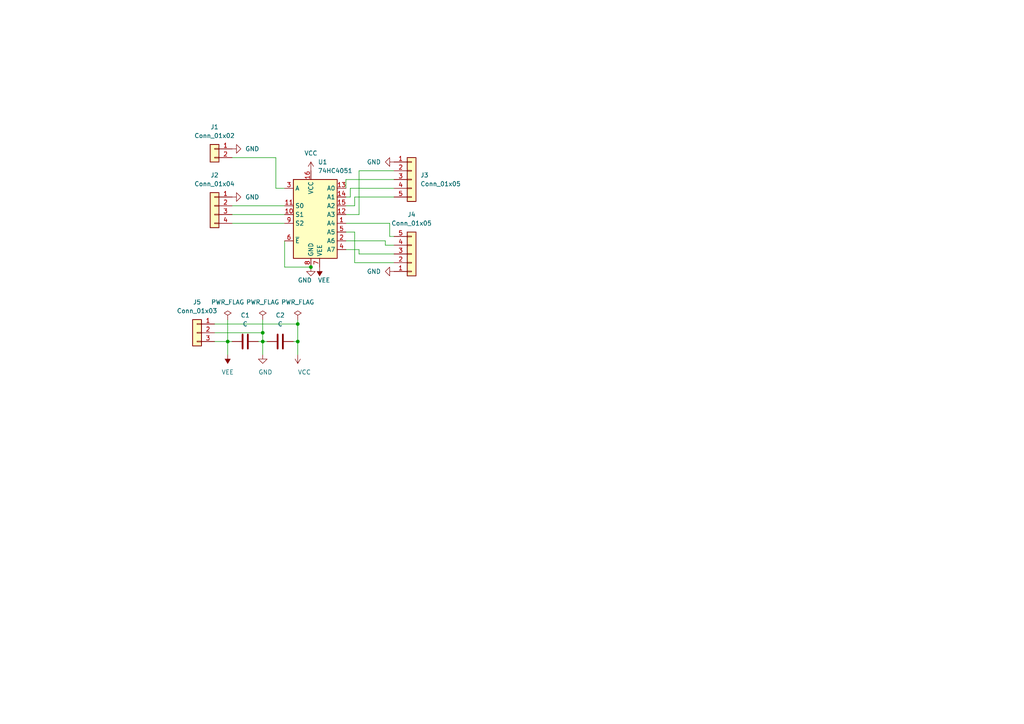
<source format=kicad_sch>
(kicad_sch (version 20211123) (generator eeschema)
  (paper "A4")
  (lib_symbols
    (symbol "74xx:74HC4051"
      (property "Reference" "U" (at -5.08 11.43 0))
      (property "Value" "74HC4051" (at -7.62 -13.97 0))
      (symbol "74HC4051_0_1"
        (rectangle (start -5.08 10.16) (end 7.62 -12.7) (stroke (width 0.254)) (fill (type background)))
      )
      (symbol "74HC4051_1_1"
        (pin passive line (at 10.16 -2.54 180) (length 2.54) (name "A4") (number "1"))
        (pin input line (at -7.62 0 0) (length 2.54) (name "S1") (number "10"))
        (pin input line (at -7.62 2.54 0) (length 2.54) (name "S0") (number "11"))
        (pin passive line (at 10.16 0 180) (length 2.54) (name "A3") (number "12"))
        (pin passive line (at 10.16 7.62 180) (length 2.54) (name "A0") (number "13"))
        (pin passive line (at 10.16 5.08 180) (length 2.54) (name "A1") (number "14"))
        (pin passive line (at 10.16 2.54 180) (length 2.54) (name "A2") (number "15"))
        (pin power_in line (at 0 12.7 270) (length 2.54) (name "VCC") (number "16"))
        (pin passive line (at 10.16 -7.62 180) (length 2.54) (name "A6") (number "2"))
        (pin passive line (at -7.62 7.62 0) (length 2.54) (name "A") (number "3"))
        (pin passive line (at 10.16 -10.16 180) (length 2.54) (name "A7") (number "4"))
        (pin passive line (at 10.16 -5.08 180) (length 2.54) (name "A5") (number "5"))
        (pin input line (at -7.62 -7.62 0) (length 2.54) (name "~{E}") (number "6"))
        (pin power_in line (at 2.54 -15.24 90) (length 2.54) (name "VEE") (number "7"))
        (pin power_in line (at 0 -15.24 90) (length 2.54) (name "GND") (number "8"))
        (pin input line (at -7.62 -2.54 0) (length 2.54) (name "S2") (number "9"))
      )
    )
    (symbol "Connector_Generic:Conn_01x02" (pin_names (offset 1.016) hide)
      (property "Reference" "J" (at 0 2.54 0))
      (property "Value" "Conn_01x02" (at 0 -5.08 0))
      (symbol "Conn_01x02_1_1"
        (rectangle (start -1.27 -2.413) (end 0 -2.667) (stroke (width 0.1524)))
        (rectangle (start -1.27 0.127) (end 0 -0.127) (stroke (width 0.1524)))
        (rectangle (start -1.27 1.27) (end 1.27 -3.81) (stroke (width 0.254)) (fill (type background)))
        (pin passive line (at -5.08 0 0) (length 3.81) (name "Pin_1") (number "1"))
        (pin passive line (at -5.08 -2.54 0) (length 3.81) (name "Pin_2") (number "2"))
      )
    )
    (symbol "Connector_Generic:Conn_01x03" (pin_names (offset 1.016) hide)
      (property "Reference" "J" (at 0 5.08 0))
      (property "Value" "Conn_01x03" (at 0 -5.08 0))
      (symbol "Conn_01x03_1_1"
        (rectangle (start -1.27 -2.413) (end 0 -2.667) (stroke (width 0.1524)))
        (rectangle (start -1.27 0.127) (end 0 -0.127) (stroke (width 0.1524)))
        (rectangle (start -1.27 2.667) (end 0 2.413) (stroke (width 0.1524)))
        (rectangle (start -1.27 3.81) (end 1.27 -3.81) (stroke (width 0.254)) (fill (type background)))
        (pin passive line (at -5.08 2.54 0) (length 3.81) (name "Pin_1") (number "1"))
        (pin passive line (at -5.08 0 0) (length 3.81) (name "Pin_2") (number "2"))
        (pin passive line (at -5.08 -2.54 0) (length 3.81) (name "Pin_3") (number "3"))
      )
    )
    (symbol "Connector_Generic:Conn_01x04" (pin_names (offset 1.016) hide)
      (property "Reference" "J" (at 0 5.08 0))
      (property "Value" "Conn_01x04" (at 0 -7.62 0))
      (symbol "Conn_01x04_1_1"
        (rectangle (start -1.27 -4.953) (end 0 -5.207) (stroke (width 0.1524)))
        (rectangle (start -1.27 -2.413) (end 0 -2.667) (stroke (width 0.1524)))
        (rectangle (start -1.27 0.127) (end 0 -0.127) (stroke (width 0.1524)))
        (rectangle (start -1.27 2.667) (end 0 2.413) (stroke (width 0.1524)))
        (rectangle (start -1.27 3.81) (end 1.27 -6.35) (stroke (width 0.254)) (fill (type background)))
        (pin passive line (at -5.08 2.54 0) (length 3.81) (name "Pin_1") (number "1"))
        (pin passive line (at -5.08 0 0) (length 3.81) (name "Pin_2") (number "2"))
        (pin passive line (at -5.08 -2.54 0) (length 3.81) (name "Pin_3") (number "3"))
        (pin passive line (at -5.08 -5.08 0) (length 3.81) (name "Pin_4") (number "4"))
      )
    )
    (symbol "Connector_Generic:Conn_01x05" (pin_names (offset 1.016) hide)
      (property "Reference" "J" (at 0 7.62 0))
      (property "Value" "Conn_01x05" (at 0 -7.62 0))
      (symbol "Conn_01x05_1_1"
        (rectangle (start -1.27 -4.953) (end 0 -5.207) (stroke (width 0.1524)))
        (rectangle (start -1.27 -2.413) (end 0 -2.667) (stroke (width 0.1524)))
        (rectangle (start -1.27 0.127) (end 0 -0.127) (stroke (width 0.1524)))
        (rectangle (start -1.27 2.667) (end 0 2.413) (stroke (width 0.1524)))
        (rectangle (start -1.27 5.207) (end 0 4.953) (stroke (width 0.1524)))
        (rectangle (start -1.27 6.35) (end 1.27 -6.35) (stroke (width 0.254)) (fill (type background)))
        (pin passive line (at -5.08 5.08 0) (length 3.81) (name "Pin_1") (number "1"))
        (pin passive line (at -5.08 2.54 0) (length 3.81) (name "Pin_2") (number "2"))
        (pin passive line (at -5.08 0 0) (length 3.81) (name "Pin_3") (number "3"))
        (pin passive line (at -5.08 -2.54 0) (length 3.81) (name "Pin_4") (number "4"))
        (pin passive line (at -5.08 -5.08 0) (length 3.81) (name "Pin_5") (number "5"))
      )
    )
    (symbol "Device:C" (pin_numbers hide) (pin_names (offset 0.254))
      (property "Reference" "C" (at 0.635 2.54 0))
      (property "Value" "C" (at 0.635 -2.54 0))
      (symbol "C_0_1"
        (polyline (pts (xy -2.032 -0.762) (xy 2.032 -0.762)) (stroke (width 0.508)))
        (polyline (pts (xy -2.032 0.762) (xy 2.032 0.762)) (stroke (width 0.508)))
      )
      (symbol "C_1_1"
        (pin passive line (at 0 3.81 270) (length 2.794) (name "~") (number "1"))
        (pin passive line (at 0 -3.81 90) (length 2.794) (name "~") (number "2"))
      )
    )
    (symbol "power:GND" (power) (pin_names (offset 0))
      (property "Value" "GND" (at 0 -3.81 0))
      (symbol "GND_0_1"
        (polyline (pts (xy 0 0) (xy 0 -1.27) (xy 1.27 -1.27) (xy 0 -2.54) (xy -1.27 -1.27) (xy 0 -1.27)))
      )
      (symbol "GND_1_1"
        (pin power_in line (at 0 0 270) (length 0) hide (name "GND") (number "1"))
      )
    )
    (symbol "power:PWR_FLAG" (power) (pin_numbers hide) (pin_names (offset 0) hide)
      (property "Value" "PWR_FLAG" (at 0 3.81 0))
      (symbol "PWR_FLAG_0_0"
        (pin power_out line (at 0 0 90) (length 0) (name "pwr") (number "1"))
      )
      (symbol "PWR_FLAG_0_1"
        (polyline (pts (xy 0 0) (xy 0 1.27) (xy -1.016 1.905) (xy 0 2.54) (xy 1.016 1.905) (xy 0 1.27)))
      )
    )
    (symbol "power:VCC" (power) (pin_names (offset 0))
      (property "Value" "VCC" (at 0 3.81 0))
      (symbol "VCC_0_1"
        (polyline (pts (xy -0.762 1.27) (xy 0 2.54)))
        (polyline (pts (xy 0 0) (xy 0 2.54)))
        (polyline (pts (xy 0 2.54) (xy 0.762 1.27)))
      )
      (symbol "VCC_1_1"
        (pin power_in line (at 0 0 90) (length 0) hide (name "VCC") (number "1"))
      )
    )
    (symbol "power:VEE" (power) (pin_names (offset 0))
      (property "Value" "VEE" (at 0 3.81 0))
      (symbol "VEE_0_1"
        (polyline (pts (xy 0 0) (xy 0 2.54)))
        (polyline (pts (xy 0.762 1.27) (xy -0.762 1.27) (xy 0 2.54) (xy 0.762 1.27)) (fill (type outline)))
      )
      (symbol "VEE_1_1"
        (pin power_in line (at 0 0 90) (length 0) hide (name "VEE") (number "1"))
      )
    )
  )
  (junction (at 90.17 77.47))
  (junction (at 86.36 99.06))
  (junction (at 76.2 96.52))
  (junction (at 66.04 99.06))
  (junction (at 76.2 99.06))
  (junction (at 86.36 93.98))
  (wire (pts (xy 104.14 49.53) (xy 104.14 62.23)))
  (wire (pts (xy 76.2 96.52) (xy 76.2 99.06)))
  (wire (pts (xy 67.31 64.77) (xy 82.55 64.77)))
  (wire (pts (xy 67.31 59.69) (xy 82.55 59.69)))
  (wire (pts (xy 82.55 54.61) (xy 80.01 54.61)))
  (wire (pts (xy 85.09 99.06) (xy 86.36 99.06)))
  (wire (pts (xy 100.33 72.39) (xy 104.14 72.39)))
  (wire (pts (xy 62.23 99.06) (xy 66.04 99.06)))
  (wire (pts (xy 82.55 77.47) (xy 90.17 77.47)))
  (wire (pts (xy 86.36 99.06) (xy 86.36 102.87)))
  (wire (pts (xy 80.01 54.61) (xy 80.01 45.72)))
  (wire (pts (xy 86.36 93.98) (xy 86.36 99.06)))
  (wire (pts (xy 62.23 96.52) (xy 76.2 96.52)))
  (wire (pts (xy 80.01 45.72) (xy 67.31 45.72)))
  (wire (pts (xy 101.6 54.61) (xy 114.3 54.61)))
  (wire (pts (xy 101.6 57.15) (xy 101.6 54.61)))
  (wire (pts (xy 104.14 49.53) (xy 114.3 49.53)))
  (wire (pts (xy 100.33 62.23) (xy 104.14 62.23)))
  (wire (pts (xy 100.33 64.77) (xy 113.03 64.77)))
  (wire (pts (xy 86.36 92.71) (xy 86.36 93.98)))
  (wire (pts (xy 66.04 99.06) (xy 66.04 102.87)))
  (wire (pts (xy 100.33 69.85) (xy 111.76 69.85)))
  (wire (pts (xy 111.76 71.12) (xy 114.3 71.12)))
  (wire (pts (xy 102.87 59.69) (xy 102.87 57.15)))
  (wire (pts (xy 104.14 72.39) (xy 104.14 73.66)))
  (wire (pts (xy 66.04 99.06) (xy 67.31 99.06)))
  (wire (pts (xy 100.33 54.61) (xy 100.33 52.07)))
  (wire (pts (xy 111.76 69.85) (xy 111.76 71.12)))
  (wire (pts (xy 67.31 62.23) (xy 82.55 62.23)))
  (wire (pts (xy 100.33 59.69) (xy 102.87 59.69)))
  (wire (pts (xy 113.03 68.58) (xy 114.3 68.58)))
  (wire (pts (xy 102.87 76.2) (xy 114.3 76.2)))
  (wire (pts (xy 76.2 92.71) (xy 76.2 96.52)))
  (wire (pts (xy 100.33 67.31) (xy 102.87 67.31)))
  (wire (pts (xy 102.87 67.31) (xy 102.87 76.2)))
  (wire (pts (xy 113.03 64.77) (xy 113.03 68.58)))
  (wire (pts (xy 74.93 99.06) (xy 76.2 99.06)))
  (wire (pts (xy 66.04 92.71) (xy 66.04 99.06)))
  (wire (pts (xy 100.33 52.07) (xy 114.3 52.07)))
  (wire (pts (xy 102.87 57.15) (xy 114.3 57.15)))
  (wire (pts (xy 76.2 99.06) (xy 77.47 99.06)))
  (wire (pts (xy 62.23 93.98) (xy 86.36 93.98)))
  (wire (pts (xy 82.55 69.85) (xy 82.55 77.47)))
  (wire (pts (xy 104.14 73.66) (xy 114.3 73.66)))
  (wire (pts (xy 76.2 99.06) (xy 76.2 102.87)))
  (wire (pts (xy 100.33 57.15) (xy 101.6 57.15)))
  (symbol (lib_id "power:PWR_FLAG") (at 76.2 92.71 0) (unit 1)
    (property "Reference" "#FLG0102" (effects hide))
    (property "Value" "PWR_FLAG" (at 76.2 87.63 0))
  )
  (symbol (lib_id "power:VEE") (at 92.71 77.47 180) (unit 1)
    (property "Reference" "#PWR08" (effects hide))
    (property "Value" "VEE" (at 93.98 81.28 0))
  )
  (symbol (lib_id "Connector_Generic:Conn_01x03") (at 57.15 96.52 0) (mirror y) (unit 1)
    (property "Reference" "J5" (at 57.15 87.63 0))
    (property "Value" "Conn_01x03" (at 57.15 90.17 0))
    (property "Footprint" "Connector_PinHeader_2.54mm:PinHeader_1x03_P2.54mm_Vertical" (effects hide))
  )
  (symbol (lib_id "power:PWR_FLAG") (at 86.36 92.71 0) (unit 1)
    (property "Reference" "#FLG0101" (effects hide))
    (property "Value" "PWR_FLAG" (at 86.36 87.63 0))
  )
  (symbol (lib_id "power:GND") (at 67.31 43.18 90) (unit 1)
    (property "Reference" "#PWR01" (effects hide))
    (property "Value" "GND" (at 71.12 43.1799 90) (effects (justify right)))
  )
  (symbol (lib_id "power:PWR_FLAG") (at 66.04 92.71 0) (unit 1)
    (property "Reference" "#FLG0103" (effects hide))
    (property "Value" "PWR_FLAG" (at 66.04 87.63 0))
  )
  (symbol (lib_id "power:GND") (at 76.2 102.87 0) (unit 1)
    (property "Reference" "#PWR0101" (effects hide))
    (property "Value" "GND" (at 74.93 107.95 0) (effects (justify left)))
  )
  (symbol (lib_id "power:GND") (at 90.17 77.47 0) (unit 1)
    (property "Reference" "#PWR07" (effects hide))
    (property "Value" "GND" (at 86.36 81.28 0) (effects (justify left)))
  )
  (symbol (lib_id "Connector_Generic:Conn_01x05") (at 119.38 52.07 0) (unit 1)
    (property "Reference" "J3" (at 121.92 50.7999 0) (effects (justify left)))
    (property "Value" "Conn_01x05" (at 121.92 53.3399 0) (effects (justify left)))
    (property "Footprint" "Connector_PinHeader_2.54mm:PinHeader_1x05_P2.54mm_Vertical" (effects hide))
  )
  (symbol (lib_id "Connector_Generic:Conn_01x05") (at 119.38 73.66 0) (mirror x) (unit 1)
    (property "Reference" "J4" (at 119.38 62.23 0))
    (property "Value" "Conn_01x05" (at 119.38 64.77 0))
    (property "Footprint" "Connector_PinHeader_2.54mm:PinHeader_1x05_P2.54mm_Vertical" (effects hide))
  )
  (symbol (lib_id "Device:C") (at 81.28 99.06 90) (unit 1)
    (property "Reference" "C2" (at 81.28 91.44 90))
    (property "Value" "C" (at 81.28 93.98 90))
    (property "Footprint" "Capacitor_SMD:C_0805_2012Metric_Pad1.18x1.45mm_HandSolder" (effects hide))
  )
  (symbol (lib_id "power:GND") (at 114.3 78.74 270) (unit 1)
    (property "Reference" "#PWR010" (effects hide))
    (property "Value" "GND" (at 110.49 78.7399 90) (effects (justify right)))
  )
  (symbol (lib_id "power:VCC") (at 86.36 102.87 180) (unit 1)
    (property "Reference" "#PWR0103" (effects hide))
    (property "Value" "VCC" (at 86.36 107.95 0) (effects (justify right)))
  )
  (symbol (lib_id "74xx:74HC4051") (at 90.17 62.23 0) (unit 1)
    (property "Reference" "U1" (at 92.1894 46.99 0) (effects (justify left)))
    (property "Value" "74HC4051" (at 92.1894 49.53 0) (effects (justify left)))
    (property "Footprint" "Package_SO:SO-16_5.3x10.2mm_P1.27mm" (effects hide))
    (property "Datasheet" "http://www.ti.com/lit/ds/symlink/cd74hc4051.pdf" (effects hide))
  )
  (symbol (lib_id "power:GND") (at 67.31 57.15 90) (unit 1)
    (property "Reference" "#PWR02" (effects hide))
    (property "Value" "GND" (at 71.12 57.1499 90) (effects (justify right)))
  )
  (symbol (lib_id "power:VCC") (at 90.17 49.53 0) (unit 1)
    (property "Reference" "#PWR06" (effects hide))
    (property "Value" "VCC" (at 90.17 44.45 0))
  )
  (symbol (lib_id "Connector_Generic:Conn_01x04") (at 62.23 59.69 0) (mirror y) (unit 1)
    (property "Reference" "J2" (at 62.23 50.8 0))
    (property "Value" "Conn_01x04" (at 62.23 53.34 0))
    (property "Footprint" "Connector_PinHeader_2.54mm:PinHeader_1x04_P2.54mm_Vertical" (effects hide))
  )
  (symbol (lib_id "power:VEE") (at 66.04 102.87 180) (unit 1)
    (property "Reference" "#PWR0102" (effects hide))
    (property "Value" "VEE" (at 66.04 107.95 0))
  )
  (symbol (lib_id "Connector_Generic:Conn_01x02") (at 62.23 43.18 0) (mirror y) (unit 1)
    (property "Reference" "J1" (at 62.23 36.83 0))
    (property "Value" "Conn_01x02" (at 62.23 39.37 0))
    (property "Footprint" "Connector_PinHeader_2.54mm:PinHeader_1x02_P2.54mm_Vertical" (effects hide))
  )
  (symbol (lib_id "power:GND") (at 114.3 46.99 270) (unit 1)
    (property "Reference" "#PWR09" (effects hide))
    (property "Value" "GND" (at 110.49 46.9899 90) (effects (justify right)))
  )
  (symbol (lib_id "Device:C") (at 71.12 99.06 90) (unit 1)
    (property "Reference" "C1" (at 71.12 91.44 90))
    (property "Value" "C" (at 71.12 93.98 90))
    (property "Footprint" "Capacitor_SMD:C_0805_2012Metric_Pad1.18x1.45mm_HandSolder" (effects hide))
  )
)
</source>
